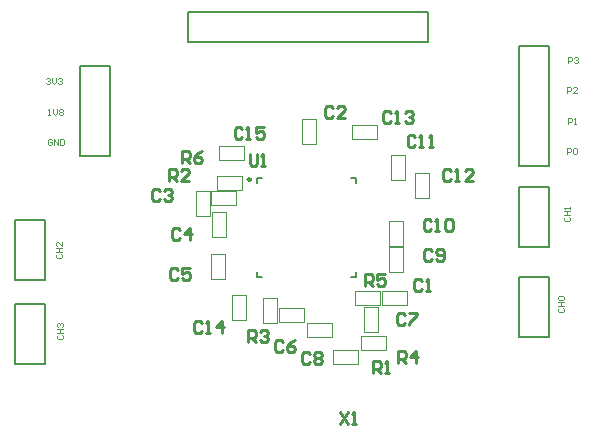
<source format=gto>
G04*
G04 #@! TF.GenerationSoftware,Altium Limited,Altium Designer,22.9.1 (49)*
G04*
G04 Layer_Color=65535*
%FSLAX44Y44*%
%MOMM*%
G71*
G04*
G04 #@! TF.SameCoordinates,6EE49CCF-FBA3-4292-BD39-6277A7AF1302*
G04*
G04*
G04 #@! TF.FilePolarity,Positive*
G04*
G01*
G75*
%ADD10C,0.2500*%
%ADD11C,0.0500*%
%ADD12C,0.2000*%
%ADD13C,0.1016*%
D10*
X214740Y247870D02*
G03*
X214740Y247870I-1250J0D01*
G01*
X290515Y50718D02*
X297180Y40722D01*
Y50718D02*
X290515Y40722D01*
X300512D02*
X303845D01*
X302178D01*
Y50718D01*
X300512Y49052D01*
X318456Y83902D02*
Y93898D01*
X323454D01*
X325120Y92232D01*
Y88900D01*
X323454Y87234D01*
X318456D01*
X321788D02*
X325120Y83902D01*
X328452D02*
X331785D01*
X330118D01*
Y93898D01*
X328452Y92232D01*
X213603Y269310D02*
Y260979D01*
X215269Y259313D01*
X218601D01*
X220268Y260979D01*
Y269310D01*
X223600Y259313D02*
X226932D01*
X225266D01*
Y269310D01*
X223600Y267644D01*
X145339Y246462D02*
Y256458D01*
X150338D01*
X152004Y254792D01*
Y251460D01*
X150338Y249794D01*
X145339D01*
X148672D02*
X152004Y246462D01*
X162001D02*
X155336D01*
X162001Y253126D01*
Y254792D01*
X160334Y256458D01*
X157002D01*
X155336Y254792D01*
X212649Y110572D02*
Y120568D01*
X217648D01*
X219314Y118902D01*
Y115570D01*
X217648Y113904D01*
X212649D01*
X215982D02*
X219314Y110572D01*
X222646Y118902D02*
X224312Y120568D01*
X227645D01*
X229311Y118902D01*
Y117236D01*
X227645Y115570D01*
X225978D01*
X227645D01*
X229311Y113904D01*
Y112238D01*
X227645Y110572D01*
X224312D01*
X222646Y112238D01*
X339649Y92792D02*
Y102788D01*
X344648D01*
X346314Y101122D01*
Y97790D01*
X344648Y96124D01*
X339649D01*
X342982D02*
X346314Y92792D01*
X354645D02*
Y102788D01*
X349646Y97790D01*
X356311D01*
X359410Y162082D02*
X357744Y163748D01*
X354412D01*
X352746Y162082D01*
Y155418D01*
X354412Y153752D01*
X357744D01*
X359410Y155418D01*
X362742Y153752D02*
X366074D01*
X364408D01*
Y163748D01*
X362742Y162082D01*
X311709Y157562D02*
Y167558D01*
X316708D01*
X318374Y165892D01*
Y162560D01*
X316708Y160894D01*
X311709D01*
X315042D02*
X318374Y157562D01*
X328371Y167558D02*
X321706D01*
Y162560D01*
X325038Y164226D01*
X326704D01*
X328371Y162560D01*
Y159228D01*
X326704Y157562D01*
X323372D01*
X321706Y159228D01*
X156769Y261702D02*
Y271698D01*
X161768D01*
X163434Y270032D01*
Y266700D01*
X161768Y265034D01*
X156769D01*
X160102D02*
X163434Y261702D01*
X173431Y271698D02*
X170098Y270032D01*
X166766Y266700D01*
Y263368D01*
X168432Y261702D01*
X171765D01*
X173431Y263368D01*
Y265034D01*
X171765Y266700D01*
X166766D01*
X207528Y290352D02*
X205862Y292018D01*
X202530D01*
X200864Y290352D01*
Y283688D01*
X202530Y282022D01*
X205862D01*
X207528Y283688D01*
X210861Y282022D02*
X214193D01*
X212527D01*
Y292018D01*
X210861Y290352D01*
X225856Y292018D02*
X219191D01*
Y287020D01*
X222524Y288686D01*
X224190D01*
X225856Y287020D01*
Y283688D01*
X224190Y282022D01*
X220858D01*
X219191Y283688D01*
X173239Y126522D02*
X171572Y128188D01*
X168240D01*
X166574Y126522D01*
Y119858D01*
X168240Y118192D01*
X171572D01*
X173239Y119858D01*
X176571Y118192D02*
X179903D01*
X178237D01*
Y128188D01*
X176571Y126522D01*
X189900Y118192D02*
Y128188D01*
X184902Y123190D01*
X191566D01*
X333259Y304322D02*
X331592Y305988D01*
X328260D01*
X326594Y304322D01*
Y297658D01*
X328260Y295992D01*
X331592D01*
X333259Y297658D01*
X336591Y295992D02*
X339923D01*
X338257D01*
Y305988D01*
X336591Y304322D01*
X344921D02*
X346588Y305988D01*
X349920D01*
X351586Y304322D01*
Y302656D01*
X349920Y300990D01*
X348254D01*
X349920D01*
X351586Y299324D01*
Y297658D01*
X349920Y295992D01*
X346588D01*
X344921Y297658D01*
X384058Y254792D02*
X382392Y256458D01*
X379060D01*
X377394Y254792D01*
Y248128D01*
X379060Y246462D01*
X382392D01*
X384058Y248128D01*
X387391Y246462D02*
X390723D01*
X389057D01*
Y256458D01*
X387391Y254792D01*
X402386Y246462D02*
X395722D01*
X402386Y253126D01*
Y254792D01*
X400720Y256458D01*
X397388D01*
X395722Y254792D01*
X353975Y284002D02*
X352309Y285668D01*
X348976D01*
X347310Y284002D01*
Y277338D01*
X348976Y275672D01*
X352309D01*
X353975Y277338D01*
X357307Y275672D02*
X360639D01*
X358973D01*
Y285668D01*
X357307Y284002D01*
X365638Y275672D02*
X368970D01*
X367304D01*
Y285668D01*
X365638Y284002D01*
X367548Y212882D02*
X365882Y214548D01*
X362550D01*
X360884Y212882D01*
Y206218D01*
X362550Y204552D01*
X365882D01*
X367548Y206218D01*
X370881Y204552D02*
X374213D01*
X372547D01*
Y214548D01*
X370881Y212882D01*
X379212D02*
X380878Y214548D01*
X384210D01*
X385876Y212882D01*
Y206218D01*
X384210Y204552D01*
X380878D01*
X379212Y206218D01*
Y212882D01*
X367904Y187482D02*
X366238Y189148D01*
X362906D01*
X361239Y187482D01*
Y180818D01*
X362906Y179152D01*
X366238D01*
X367904Y180818D01*
X371236D02*
X372902Y179152D01*
X376235D01*
X377901Y180818D01*
Y187482D01*
X376235Y189148D01*
X372902D01*
X371236Y187482D01*
Y185816D01*
X372902Y184150D01*
X377901D01*
X265034Y99852D02*
X263368Y101518D01*
X260035D01*
X258369Y99852D01*
Y93188D01*
X260035Y91522D01*
X263368D01*
X265034Y93188D01*
X268366Y99852D02*
X270032Y101518D01*
X273365D01*
X275031Y99852D01*
Y98186D01*
X273365Y96520D01*
X275031Y94854D01*
Y93188D01*
X273365Y91522D01*
X270032D01*
X268366Y93188D01*
Y94854D01*
X270032Y96520D01*
X268366Y98186D01*
Y99852D01*
X270032Y96520D02*
X273365D01*
X345044Y132872D02*
X343378Y134538D01*
X340046D01*
X338379Y132872D01*
Y126208D01*
X340046Y124542D01*
X343378D01*
X345044Y126208D01*
X348376Y134538D02*
X355041D01*
Y132872D01*
X348376Y126208D01*
Y124542D01*
X242174Y110012D02*
X240508Y111678D01*
X237176D01*
X235509Y110012D01*
Y103348D01*
X237176Y101682D01*
X240508D01*
X242174Y103348D01*
X252171Y111678D02*
X248838Y110012D01*
X245506Y106680D01*
Y103348D01*
X247172Y101682D01*
X250504D01*
X252171Y103348D01*
Y105014D01*
X250504Y106680D01*
X245506D01*
X153274Y170972D02*
X151608Y172638D01*
X148275D01*
X146609Y170972D01*
Y164308D01*
X148275Y162642D01*
X151608D01*
X153274Y164308D01*
X163271Y172638D02*
X156606D01*
Y167640D01*
X159938Y169306D01*
X161604D01*
X163271Y167640D01*
Y164308D01*
X161604Y162642D01*
X158272D01*
X156606Y164308D01*
X154544Y205262D02*
X152878Y206928D01*
X149545D01*
X147879Y205262D01*
Y198598D01*
X149545Y196932D01*
X152878D01*
X154544Y198598D01*
X162875Y196932D02*
Y206928D01*
X157876Y201930D01*
X164541D01*
X138034Y238282D02*
X136368Y239948D01*
X133035D01*
X131369Y238282D01*
Y231618D01*
X133035Y229952D01*
X136368D01*
X138034Y231618D01*
X141366Y238282D02*
X143032Y239948D01*
X146364D01*
X148031Y238282D01*
Y236616D01*
X146364Y234950D01*
X144698D01*
X146364D01*
X148031Y233284D01*
Y231618D01*
X146364Y229952D01*
X143032D01*
X141366Y231618D01*
X284084Y308132D02*
X282418Y309798D01*
X279086D01*
X277419Y308132D01*
Y301468D01*
X279086Y299802D01*
X282418D01*
X284084Y301468D01*
X294081Y299802D02*
X287416D01*
X294081Y306466D01*
Y308132D01*
X292414Y309798D01*
X289082D01*
X287416Y308132D01*
D11*
X305140Y97790D02*
Y103790D01*
X284140D02*
X305140D01*
X284140Y91790D02*
Y103790D01*
Y91790D02*
X305140D01*
Y97790D01*
X202270Y232410D02*
Y238410D01*
X181270D02*
X202270D01*
X181270Y226410D02*
Y238410D01*
Y226410D02*
X202270D01*
Y232410D01*
X225140Y147660D02*
X231140D01*
X225140Y126660D02*
Y147660D01*
Y126660D02*
X237140D01*
Y147660D01*
X231140D02*
X237140D01*
X329270Y109220D02*
Y115220D01*
X308270D02*
X329270D01*
X308270Y103220D02*
Y115220D01*
Y103220D02*
X329270D01*
Y109220D01*
X326050Y141320D02*
Y147320D01*
Y141320D02*
X347050D01*
Y153320D01*
X326050D02*
X347050D01*
X326050Y147320D02*
Y153320D01*
X303190Y141320D02*
Y147320D01*
Y141320D02*
X324190D01*
Y153320D01*
X303190D02*
X324190D01*
X303190Y147320D02*
Y153320D01*
X186350Y239110D02*
Y245110D01*
Y239110D02*
X207350D01*
Y251110D01*
X186350D02*
X207350D01*
X186350Y245110D02*
Y251110D01*
X187620Y264510D02*
Y270510D01*
Y264510D02*
X208620D01*
Y276510D01*
X187620D02*
X208620D01*
X187620Y270510D02*
Y276510D01*
X204470Y129200D02*
X210470D01*
Y150200D01*
X198470D02*
X210470D01*
X198470Y129200D02*
Y150200D01*
Y129200D02*
X204470D01*
X321650Y288290D02*
Y294290D01*
X300650D02*
X321650D01*
X300650Y282290D02*
Y294290D01*
Y282290D02*
X321650D01*
Y288290D01*
X353410Y253070D02*
X359410D01*
X353410Y232070D02*
Y253070D01*
Y232070D02*
X365410D01*
Y253070D01*
X359410D02*
X365410D01*
X333090Y268310D02*
X339090D01*
X333090Y247310D02*
Y268310D01*
Y247310D02*
X345090D01*
Y268310D01*
X339090D02*
X345090D01*
X331820Y212430D02*
X337820D01*
X331820Y191430D02*
Y212430D01*
Y191430D02*
X343820D01*
Y212430D01*
X337820D02*
X343820D01*
X331820Y190840D02*
X337820D01*
X331820Y169840D02*
Y190840D01*
Y169840D02*
X343820D01*
Y190840D01*
X337820D02*
X343820D01*
X283550Y120650D02*
Y126650D01*
X262550D02*
X283550D01*
X262550Y114650D02*
Y126650D01*
Y114650D02*
X283550D01*
Y120650D01*
X316230Y119040D02*
X322230D01*
Y140040D01*
X310230D02*
X322230D01*
X310230Y119040D02*
Y140040D01*
Y119040D02*
X316230D01*
X238420Y127350D02*
Y133350D01*
Y127350D02*
X259420D01*
Y139350D01*
X238420D02*
X259420D01*
X238420Y133350D02*
Y139350D01*
X186690Y163490D02*
X192690D01*
Y184490D01*
X180690D02*
X192690D01*
X180690Y163490D02*
Y184490D01*
Y163490D02*
X186690D01*
X187960Y199130D02*
X193960D01*
Y220130D01*
X181960D02*
X193960D01*
X181960Y199130D02*
Y220130D01*
Y199130D02*
X187960D01*
X167990Y237830D02*
X173990D01*
X167990Y216830D02*
Y237830D01*
Y216830D02*
X179990D01*
Y237830D01*
X173990D02*
X179990D01*
X258160Y298790D02*
X264160D01*
X258160Y277790D02*
Y298790D01*
Y277790D02*
X270160D01*
Y298790D01*
X264160D02*
X270160D01*
D12*
X69850Y267970D02*
Y344170D01*
Y267970D02*
X95250D01*
Y344170D01*
X69850D02*
X95250D01*
X441960Y114300D02*
X467360D01*
X441960D02*
Y165100D01*
X467360D01*
Y114300D02*
Y165100D01*
X299740Y249370D02*
X303990D01*
Y245120D02*
Y249370D01*
X299740Y165370D02*
X303990D01*
Y169620D01*
X219990Y165370D02*
X224240D01*
X219990D02*
Y169620D01*
Y249370D02*
X224240D01*
X219990Y245120D02*
Y249370D01*
X441960Y190500D02*
X467360D01*
X441960D02*
Y241300D01*
X467360D01*
Y190500D02*
Y241300D01*
X15240Y162560D02*
X40640D01*
X15240D02*
Y213360D01*
X40640D01*
Y162560D02*
Y213360D01*
X15240Y91440D02*
X40640D01*
X15240D02*
Y142240D01*
X40640D01*
Y91440D02*
Y142240D01*
X161290Y364490D02*
Y389890D01*
X364490D01*
Y364490D02*
Y389890D01*
X161290Y364490D02*
X364490D01*
X441960Y259080D02*
X467360D01*
X441960D02*
Y360680D01*
X467360Y259080D02*
Y360680D01*
X441960D02*
X467360D01*
D13*
X483448Y346711D02*
Y351789D01*
X485987D01*
X486834Y350943D01*
Y349250D01*
X485987Y348404D01*
X483448D01*
X488526Y350943D02*
X489373Y351789D01*
X491066D01*
X491912Y350943D01*
Y350096D01*
X491066Y349250D01*
X490219D01*
X491066D01*
X491912Y348404D01*
Y347557D01*
X491066Y346711D01*
X489373D01*
X488526Y347557D01*
X482178Y321311D02*
Y326389D01*
X484717D01*
X485564Y325543D01*
Y323850D01*
X484717Y323004D01*
X482178D01*
X490642Y321311D02*
X487256D01*
X490642Y324696D01*
Y325543D01*
X489796Y326389D01*
X488103D01*
X487256Y325543D01*
X483024Y294641D02*
Y299719D01*
X485564D01*
X486410Y298873D01*
Y297180D01*
X485564Y296334D01*
X483024D01*
X488103Y294641D02*
X489796D01*
X488949D01*
Y299719D01*
X488103Y298873D01*
X482178Y269241D02*
Y274319D01*
X484717D01*
X485564Y273473D01*
Y271780D01*
X484717Y270934D01*
X482178D01*
X487256Y273473D02*
X488103Y274319D01*
X489796D01*
X490642Y273473D01*
Y270087D01*
X489796Y269241D01*
X488103D01*
X487256Y270087D01*
Y273473D01*
X480907Y215901D02*
X480061Y215054D01*
Y213362D01*
X480907Y212515D01*
X484293D01*
X485139Y213362D01*
Y215054D01*
X484293Y215901D01*
X480061Y217594D02*
X485139D01*
X482600D01*
Y220979D01*
X480061D01*
X485139D01*
Y222672D02*
Y224365D01*
Y223518D01*
X480061D01*
X480907Y222672D01*
X475827Y138855D02*
X474981Y138008D01*
Y136315D01*
X475827Y135469D01*
X479213D01*
X480059Y136315D01*
Y138008D01*
X479213Y138855D01*
X474981Y140547D02*
X480059D01*
X477520D01*
Y143933D01*
X474981D01*
X480059D01*
X475827Y145626D02*
X474981Y146472D01*
Y148165D01*
X475827Y149011D01*
X479213D01*
X480059Y148165D01*
Y146472D01*
X479213Y145626D01*
X475827D01*
X51647Y115994D02*
X50801Y115148D01*
Y113455D01*
X51647Y112609D01*
X55033D01*
X55879Y113455D01*
Y115148D01*
X55033Y115994D01*
X50801Y117687D02*
X55879D01*
X53340D01*
Y121073D01*
X50801D01*
X55879D01*
X51647Y122766D02*
X50801Y123612D01*
Y125305D01*
X51647Y126151D01*
X52494D01*
X53340Y125305D01*
Y124458D01*
Y125305D01*
X54186Y126151D01*
X55033D01*
X55879Y125305D01*
Y123612D01*
X55033Y122766D01*
X50377Y184574D02*
X49531Y183728D01*
Y182035D01*
X50377Y181189D01*
X53763D01*
X54609Y182035D01*
Y183728D01*
X53763Y184574D01*
X49531Y186267D02*
X54609D01*
X52070D01*
Y189653D01*
X49531D01*
X54609D01*
Y194731D02*
Y191346D01*
X51224Y194731D01*
X50377D01*
X49531Y193885D01*
Y192192D01*
X50377Y191346D01*
X46144Y281093D02*
X45298Y281939D01*
X43605D01*
X42759Y281093D01*
Y277707D01*
X43605Y276861D01*
X45298D01*
X46144Y277707D01*
Y279400D01*
X44452D01*
X47837Y276861D02*
Y281939D01*
X51223Y276861D01*
Y281939D01*
X52916D02*
Y276861D01*
X55455D01*
X56301Y277707D01*
Y281093D01*
X55455Y281939D01*
X52916D01*
X43182Y302261D02*
X44875D01*
X44029D01*
Y307339D01*
X43182Y306493D01*
X47414Y307339D02*
Y303954D01*
X49107Y302261D01*
X50800Y303954D01*
Y307339D01*
X52492Y306493D02*
X53339Y307339D01*
X55032D01*
X55878Y306493D01*
Y305646D01*
X55032Y304800D01*
X55878Y303954D01*
Y303107D01*
X55032Y302261D01*
X53339D01*
X52492Y303107D01*
Y303954D01*
X53339Y304800D01*
X52492Y305646D01*
Y306493D01*
X53339Y304800D02*
X55032D01*
X41489Y333163D02*
X42335Y334009D01*
X44028D01*
X44874Y333163D01*
Y332316D01*
X44028Y331470D01*
X43182D01*
X44028D01*
X44874Y330624D01*
Y329777D01*
X44028Y328931D01*
X42335D01*
X41489Y329777D01*
X46567Y334009D02*
Y330624D01*
X48260Y328931D01*
X49953Y330624D01*
Y334009D01*
X51646Y333163D02*
X52492Y334009D01*
X54185D01*
X55031Y333163D01*
Y332316D01*
X54185Y331470D01*
X53338D01*
X54185D01*
X55031Y330624D01*
Y329777D01*
X54185Y328931D01*
X52492D01*
X51646Y329777D01*
M02*

</source>
